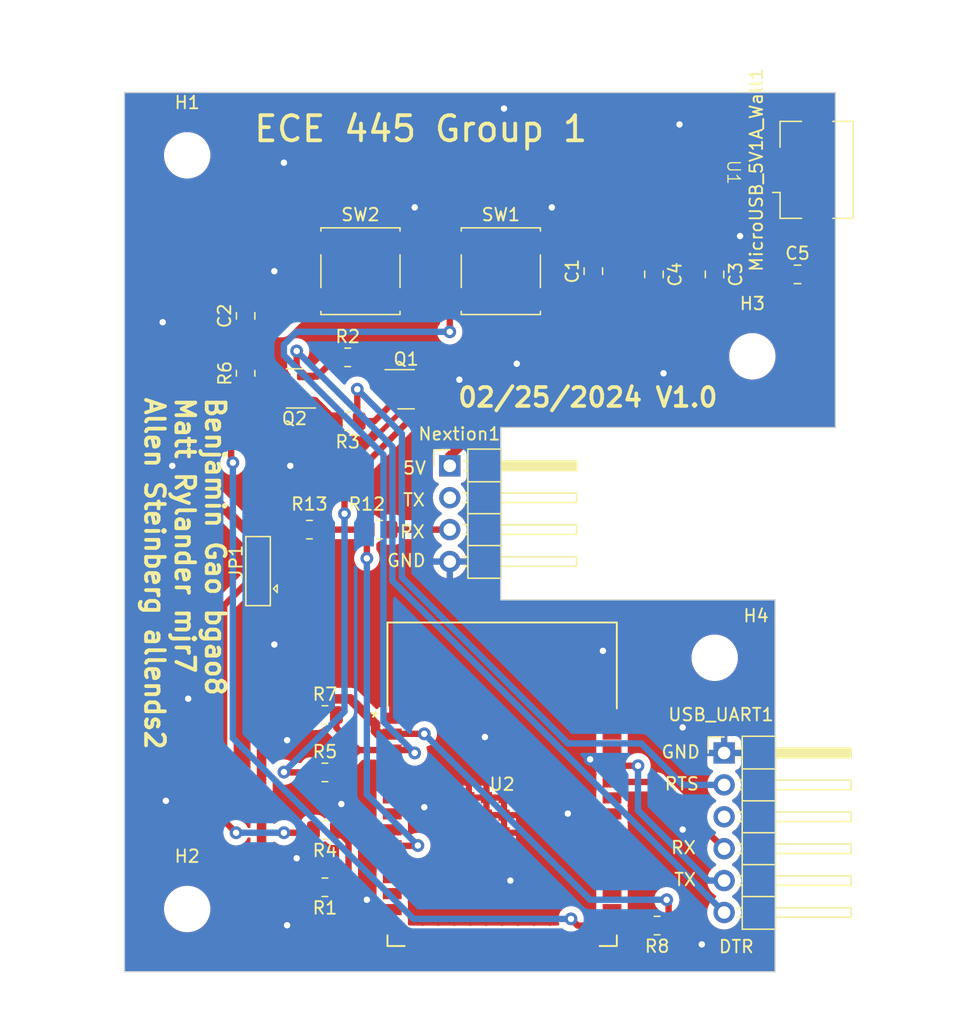
<source format=kicad_pcb>
(kicad_pcb (version 20221018) (generator pcbnew)
  (layers (0 "F.Cu" signal) (31 "B.Cu" signal) (34 "B.Paste" user) (35 "F.Paste" user) (36 "B.SilkS" user "B.Silkscreen") (37 "F.SilkS" user "F.Silkscreen") (38 "B.Mask" user) (39 "F.Mask" user) (44 "Edge.Cuts" user))
  (net 0 "")
  (net 1 "/CHIP_PU")
  (net 2 "GND")
  (net 3 "/GPIO0_STRAPPING")
  (net 4 "+3V3")
  (net 5 "+5V")
  (net 6 "Net-(JP1-C)")
  (net 10 "/LCD_TX")
  (net 11 "Net-(Nextion1-Pin_3)")
  (net 12 "Net-(Q1-B)")
  (net 13 "/RTS")
  (net 14 "Net-(Q1-C)")
  (net 15 "Net-(Q2-B)")
  (net 16 "/DTR")
  (net 17 "Net-(Q2-C)")
  (net 18 "/GPIO46_STRAPPING")
  (net 19 "/GPIO3_STRAPPING")
  (net 20 "/LCD_RX")
  (net 21 "/VBAT_SENSE")
  (net 22 "/Trig")
  (net 23 "/Echo")
  (net 24 "/A0")
  (net 25 "/S")
  (net 26 "/GPIO17")
  (net 27 "/GPIO18")
  (net 28 "/M1_FAULT")
  (net 29 "/D-")
  (net 30 "/D+")
  (net 31 "/M1_EN")
  (net 32 "/M1_PWM")
  (net 33 "/M1_DIR")
  (net 34 "/M2_FAULT")
  (net 35 "/M2_EN")
  (net 36 "/M2_PWM")
  (net 37 "/M2_DIR")
  (net 38 "/CAMERA_CS")
  (net 39 "/CAMERA_MOSI")
  (net 40 "/GPIO45_STRAPPING")
  (net 41 "/ZMOD_RES_N")
  (net 42 "/ZMOD_INT")
  (net 43 "/ZMOD_SDA")
  (net 44 "/ZMOD_SCL")
  (net 45 "/MTCK")
  (net 46 "/MTDO")
  (net 47 "/MTDI")
  (net 48 "/MTMS")
  (net 49 "/RX")
  (net 50 "/TX")
  (net 51 "/I_M_1")
  (net 52 "/I_M_2")
  (footprint "Connector_PinHeader_2.54mm:PinHeader_1x06_P2.54mm_Horizontal" (layer "F.Cu") (at 119.888 90.17)
    (fp_text reference "USB_UART1" (at -0.254 -3.048) (layer "F.SilkS"))
    (fp_text value "Conn_01x06")
    (pad "1" thru_hole rect (at 0 0) (size 1.7 1.7) (drill 1) (layers "*.Cu" "*.Mask") (net 2 "GND"))
    (pad "2" thru_hole oval (at 0 2.54) (size 1.7 1.7) (drill 1) (layers "*.Cu" "*.Mask") (net 13 "/RTS"))
    (pad "3" thru_hole oval (at 0 5.08) (size 1.7 1.7) (drill 1) (layers "*.Cu" "*.Mask"))
    (pad "4" thru_hole oval (at 0 7.62) (size 1.7 1.7) (drill 1) (layers "*.Cu" "*.Mask") (net 49 "/RX"))
    (pad "5" thru_hole oval (at 0 10.16) (size 1.7 1.7) (drill 1) (layers "*.Cu" "*.Mask") (net 50 "/TX"))
    (pad "6" thru_hole oval (at 0 12.7) (size 1.7 1.7) (drill 1) (layers "*.Cu" "*.Mask") (net 16 "/DTR"))
  )
  (footprint "Jumper:SolderJumper-3_P2.0mm_Open_TrianglePad1.0x1.5mm" (layer "F.Cu") (at 82.804 75.692 90)
    (fp_text reference "JP1" (at 0.725 -1.775 90) (layer "F.SilkS"))
    (fp_text value "SolderJumper_3_Open")
    (pad "1" smd custom (at -2 0 90) (size 0.3 0.3) (layers "F.Cu" "F.Mask") (net 2 "GND") (options (clearance outline) (anchor rect)) (primitives (gr_poly (pts (xy 1 0) (xy 0.5 0.75) (xy -0.5 0.75) (xy -0.5 -0.75) (xy 0.5 -0.75)) (width 0) (fill yes))))
    (pad "2" smd custom (at 0 0 90) (size 0.3 0.3) (layers "F.Cu") (net 6 "Net-(JP1-C)") (options (clearance outline) (anchor rect)) (primitives (gr_poly (pts (xy 0.7 0) (xy 1.2 0.75) (xy -1.2 0.75) (xy -0.7 0) (xy -1.2 -0.75) (xy 1.2 -0.75)) (width 0) (fill yes))))
    (pad "3" smd custom (at 2 0 270) (size 0.3 0.3) (layers "F.Cu" "F.Mask") (net 4 "+3V3") (options (clearance outline) (anchor rect)) (primitives (gr_poly (pts (xy 1 0) (xy 0.5 0.75) (xy -0.5 0.75) (xy -0.5 -0.75) (xy 0.5 -0.75)) (width 0) (fill yes))))
  )
  (footprint "Connector_USB:USB_Micro-B_Amphenol_10104110_Horizontal" (layer "F.Cu") (at 126 43.748 90)
    (fp_text reference "MicroUSB_5V1A_Wall1" (at 0 -3.55 90) (layer "F.SilkS"))
    (fp_text value "Conn_01x05")
    (pad "1" smd rect (at -1.3 -1.55 90) (size 0.4 1.4) (layers "F.Cu" "F.Paste" "F.Mask") (net 5 "+5V"))
    (pad "2" smd rect (at -0.65 -1.55 90) (size 0.4 1.4) (layers "F.Cu" "F.Paste" "F.Mask"))
    (pad "3" smd rect (at 0 -1.55 90) (size 0.4 1.4) (layers "F.Cu" "F.Paste" "F.Mask"))
    (pad "4" smd rect (at 0.65 -1.55 90) (size 0.4 1.4) (layers "F.Cu" "F.Paste" "F.Mask"))
    (pad "5" smd rect (at 1.3 -1.55 90) (size 0.4 1.4) (layers "F.Cu" "F.Paste" "F.Mask") (net 2 "GND"))
    (pad "6" smd rect (at -3.75 1.3 90) (size 2.3 1.9) (layers "F.Cu" "F.Paste" "F.Mask") (net 2 "GND"))
    (pad "6" smd rect (at -1.15 1.3 90) (size 1.8 1.9) (layers "F.Cu" "F.Paste" "F.Mask") (net 2 "GND"))
    (pad "6" smd rect (at 1.15 1.3 90) (size 1.8 1.9) (layers "F.Cu" "F.Paste" "F.Mask") (net 2 "GND"))
    (pad "6" smd rect (at 3.75 1.3 90) (size 2.3 1.9) (layers "F.Cu" "F.Paste" "F.Mask") (net 2 "GND"))
  )
  (footprint "MountingHole:MountingHole_3.2mm_M3" (layer "F.Cu") (at 119.136 82.592)
    (fp_text reference "H4" (at 3.292 -3.344) (layer "F.SilkS"))
    (fp_text value "MountingHole")
    (pad "" np_thru_hole circle (at 0 0) (size 3.2 3.2) (drill 3.2) (layers "*.Cu" "*.Mask"))
  )
  (footprint "Resistor_SMD:R_0805_2012Metric" (layer "F.Cu") (at 88.102 91.718)
    (fp_text reference "R5" (at 0 -1.65) (layer "F.SilkS"))
    (fp_text value "10k")
    (pad "1" smd roundrect (at -0.9125 0) (size 1.025 1.4) (layers "F.Cu" "F.Paste" "F.Mask") (roundrect_rratio 0.243902439) (net 14 "Net-(Q1-C)"))
    (pad "2" smd roundrect (at 0.9125 0) (size 1.025 1.4) (layers "F.Cu" "F.Paste" "F.Mask") (roundrect_rratio 0.243902439) (net 1 "/CHIP_PU"))
  )
  (footprint "MountingHole:MountingHole_3.2mm_M3" (layer "F.Cu") (at 77.136 42.592)
    (fp_text reference "H1" (at 0 -4.2) (layer "F.SilkS"))
    (fp_text value "MountingHole")
    (pad "" np_thru_hole circle (at 0 0) (size 3.2 3.2) (drill 3.2) (layers "*.Cu" "*.Mask"))
  )
  (footprint "Resistor_SMD:R_0805_2012Metric" (layer "F.Cu") (at 88.102 87.146)
    (fp_text reference "R7" (at 0 -1.65) (layer "F.SilkS"))
    (fp_text value "100k")
    (pad "1" smd roundrect (at -0.9125 0) (size 1.025 1.4) (layers "F.Cu" "F.Paste" "F.Mask") (roundrect_rratio 0.243902439) (net 4 "+3V3"))
    (pad "2" smd roundrect (at 0.9125 0) (size 1.025 1.4) (layers "F.Cu" "F.Paste" "F.Mask") (roundrect_rratio 0.243902439) (net 1 "/CHIP_PU"))
  )
  (footprint "Button_Switch_SMD:SW_SPST_B3S-1000" (layer "F.Cu") (at 90.932 51.816)
    (fp_text reference "SW2" (at 0 -4.5) (layer "F.SilkS"))
    (fp_text value "SW_Push")
    (pad "1" smd rect (at -3.975 -2.25) (size 1.55 1.3) (layers "F.Cu" "F.Paste" "F.Mask") (net 2 "GND"))
    (pad "1" smd rect (at 3.975 -2.25) (size 1.55 1.3) (layers "F.Cu" "F.Paste" "F.Mask") (net 2 "GND"))
    (pad "2" smd rect (at -3.975 2.25) (size 1.55 1.3) (layers "F.Cu" "F.Paste" "F.Mask") (net 3 "/GPIO0_STRAPPING"))
    (pad "2" smd rect (at 3.975 2.25) (size 1.55 1.3) (layers "F.Cu" "F.Paste" "F.Mask") (net 3 "/GPIO0_STRAPPING"))
  )
  (footprint "Resistor_SMD:R_0805_2012Metric" (layer "F.Cu") (at 88.102 100.862 180)
    (fp_text reference "R1" (at 0 -1.65) (layer "F.SilkS"))
    (fp_text value "1k")
    (pad "1" smd roundrect (at -0.9125 0 180) (size 1.025 1.4) (layers "F.Cu" "F.Paste" "F.Mask") (roundrect_rratio 0.243902439) (net 18 "/GPIO46_STRAPPING"))
    (pad "2" smd roundrect (at 0.9125 0 180) (size 1.025 1.4) (layers "F.Cu" "F.Paste" "F.Mask") (roundrect_rratio 0.243902439) (net 4 "+3V3"))
  )
  (footprint "Resistor_SMD:R_0805_2012Metric" (layer "F.Cu") (at 89.916 58.674)
    (fp_text reference "R2" (at 0 -1.65) (layer "F.SilkS"))
    (fp_text value "10k")
    (pad "1" smd roundrect (at -0.9125 0) (size 1.025 1.4) (layers "F.Cu" "F.Paste" "F.Mask") (roundrect_rratio 0.243902439) (net 16 "/DTR"))
    (pad "2" smd roundrect (at 0.9125 0) (size 1.025 1.4) (layers "F.Cu" "F.Paste" "F.Mask") (roundrect_rratio 0.243902439) (net 12 "Net-(Q1-B)"))
  )
  (footprint "Capacitor_SMD:C_0805_2012Metric" (layer "F.Cu") (at 109.474 51.816 90)
    (fp_text reference "C1" (at 0 -1.68 90) (layer "F.SilkS"))
    (fp_text value "1u")
    (pad "1" smd roundrect (at -0.95 0 90) (size 1 1.45) (layers "F.Cu" "F.Paste" "F.Mask") (net 1 "/CHIP_PU"))
    (pad "2" smd roundrect (at 0.95 0 90) (size 1 1.45) (layers "F.Cu" "F.Paste" "F.Mask") (net 2 "GND"))
  )
  (footprint "Resistor_SMD:R_0805_2012Metric" (layer "F.Cu") (at 88.102 96.29 180)
    (fp_text reference "R4" (at 0 -1.65) (layer "F.SilkS"))
    (fp_text value "1k")
    (pad "1" smd roundrect (at -0.9125 0 180) (size 1.025 1.4) (layers "F.Cu" "F.Paste" "F.Mask") (roundrect_rratio 0.243902439) (net 19 "/GPIO3_STRAPPING"))
    (pad "2" smd roundrect (at 0.9125 0 180) (size 1.025 1.4) (layers "F.Cu" "F.Paste" "F.Mask") (roundrect_rratio 0.243902439) (net 6 "Net-(JP1-C)"))
  )
  (footprint "Package_TO_SOT_SMD:SOT-23" (layer "F.Cu") (at 85.6765 61.148 180)
    (fp_text reference "Q2" (at 0 -2.4) (layer "F.SilkS"))
    (fp_text value "SS8050-G")
    (pad "1" smd roundrect (at -0.9375 -0.95 180) (size 1.475 0.6) (layers "F.Cu" "F.Paste" "F.Mask") (net 15 "Net-(Q2-B)"))
    (pad "2" smd roundrect (at -0.9375 0.95 180) (size 1.475 0.6) (layers "F.Cu" "F.Paste" "F.Mask") (net 16 "/DTR"))
    (pad "3" smd roundrect (at 0.9375 0 180) (size 1.475 0.6) (layers "F.Cu" "F.Paste" "F.Mask") (net 17 "Net-(Q2-C)"))
  )
  (footprint "local_footprints:AZ1117C-SOT223" (layer "F.Cu") (at 115.57 43.942 -90)
    (fp_text reference "U1" (at 0 -5.08 -90 unlocked) (layer "F.SilkS") (effects (font (thickness 0.1))))
    (fp_text value "AZ1117-3.3")
    (pad "1" smd rect (at -2.3 3.1 270) (size 1.2 2.2) (layers "F.Cu" "F.Paste" "F.Mask") (net 2 "GND"))
    (pad "2" smd rect (at 0 3.1 270) (size 1.2 2.2) (layers "F.Cu" "F.Paste" "F.Mask") (net 4 "+3V3"))
    (pad "3" smd rect (at 2.3 3.1 270) (size 1.2 2.2) (layers "F.Cu" "F.Paste" "F.Mask") (net 5 "+5V"))
    (pad "4" smd rect (at 0 -3.1 270) (size 3.5 2.2) (layers "F.Cu" "F.Paste" "F.Mask"))
  )
  (footprint "Resistor_SMD:R_0805_2012Metric" (layer "F.Cu") (at 114.554 103.91 180)
    (fp_text reference "R8" (at 0 -1.65) (layer "F.SilkS"))
    (fp_text value "100k")
    (pad "1" smd roundrect (at -0.9125 0 180) (size 1.025 1.4) (layers "F.Cu" "F.Paste" "F.Mask") (roundrect_rratio 0.243902439) (net 4 "+3V3"))
    (pad "2" smd roundrect (at 0.9125 0 180) (size 1.025 1.4) (layers "F.Cu" "F.Paste" "F.Mask") (roundrect_rratio 0.243902439) (net 3 "/GPIO0_STRAPPING"))
  )
  (footprint "Button_Switch_SMD:SW_SPST_B3S-1000" (layer "F.Cu") (at 102.108 51.816)
    (fp_text reference "SW1" (at 0 -4.5) (layer "F.SilkS"))
    (fp_text value "SW_Push")
    (pad "1" smd rect (at -3.975 -2.25) (size 1.55 1.3) (layers "F.Cu" "F.Paste" "F.Mask") (net 2 "GND"))
    (pad "1" smd rect (at 3.975 -2.25) (size 1.55 1.3) (layers "F.Cu" "F.Paste" "F.Mask") (net 2 "GND"))
    (pad "2" smd rect (at -3.975 2.25) (size 1.55 1.3) (layers "F.Cu" "F.Paste" "F.Mask") (net 1 "/CHIP_PU"))
    (pad "2" smd rect (at 3.975 2.25) (size 1.55 1.3) (layers "F.Cu" "F.Paste" "F.Mask") (net 1 "/CHIP_PU"))
  )
  (footprint "Capacitor_SMD:C_0805_2012Metric" (layer "F.Cu") (at 119.126 52.07 -90)
    (fp_text reference "C3" (at 0 -1.68 90) (layer "F.SilkS"))
    (fp_text value "10u")
    (pad "1" smd roundrect (at -0.95 0 270) (size 1 1.45) (layers "F.Cu" "F.Paste" "F.Mask") (net 4 "+3V3"))
    (pad "2" smd roundrect (at 0.95 0 270) (size 1 1.45) (layers "F.Cu" "F.Paste" "F.Mask") (net 2 "GND"))
  )
  (footprint "Resistor_SMD:R_0805_2012Metric" (layer "F.Cu") (at 86.868 72.39 180)
    (fp_text reference "R13" (at 0 2.032) (layer "F.SilkS"))
    (fp_text value "2.2k")
    (pad "1" smd roundrect (at -0.9125 0 180) (size 1.025 1.4) (layers "F.Cu" "F.Paste" "F.Mask") (roundrect_rratio 0.243902439) (net 20 "/LCD_RX"))
    (pad "2" smd roundrect (at 0.9125 0 180) (size 1.025 1.4) (layers "F.Cu" "F.Paste" "F.Mask") (roundrect_rratio 0.243902439) (net 2 "GND"))
  )
  (footprint "Resistor_SMD:R_0805_2012Metric" (layer "F.Cu") (at 92.456 72.39 180)
    (fp_text reference "R12" (at 1.016 2.032) (layer "F.SilkS"))
    (fp_text value "1k")
    (pad "1" smd roundrect (at -0.9125 0 180) (size 1.025 1.4) (layers "F.Cu" "F.Paste" "F.Mask") (roundrect_rratio 0.243902439) (net 11 "Net-(Nextion1-Pin_3)"))
    (pad "2" smd roundrect (at 0.9125 0 180) (size 1.025 1.4) (layers "F.Cu" "F.Paste" "F.Mask") (roundrect_rratio 0.243902439) (net 20 "/LCD_RX"))
  )
  (footprint "local_footprints:ESP32-S3-WROOM-1_EXP" (layer "F.Cu") (at 102.212 92.66)
    (fp_text reference "U2" (at 0 0 unlocked) (layer "F.SilkS"))
    (fp_text value "ESP32-S3-WROOM-1-N16R2")
    (fp_text user "*" (at -10.1343 -5.26 unlocked) (layer "F.SilkS"))
    (fp_text user "*" (at -10.1343 -5.26) (layer "F.SilkS"))
    (pad "1" smd rect (at -8.75 -5.26) (size 1.4986 0.889) (layers "F.Cu" "F.Paste" "F.Mask") (net 2 "GND"))
    (pad "2" smd rect (at -8.75 -3.99) (size 1.4986 0.889) (layers "F.Cu" "F.Paste" "F.Mask") (net 4 "+3V3"))
    (pad "3" smd rect (at -8.75 -2.72) (size 1.4986 0.889) (layers "F.Cu" "F.Paste" "F.Mask") (net 1 "/CHIP_PU"))
    (pad "4" smd rect (at -8.75 -1.45) (size 1.4986 0.889) (layers "F.Cu" "F.Paste" "F.Mask") (net 21 "/VBAT_SENSE"))
    (pad "5" smd rect (at -8.75 -0.18) (size 1.4986 0.889) (layers "F.Cu" "F.Paste" "F.Mask") (net 22 "/Trig"))
    (pad "6" smd rect (at -8.75 1.09) (size 1.4986 0.889) (layers "F.Cu" "F.Paste" "F.Mask") (net 23 "/Echo"))
    (pad "7" smd rect (at -8.75 2.36) (size 1.4986 0.889) (layers "F.Cu" "F.Paste" "F.Mask") (net 24 "/A0"))
    (pad "8" smd rect (at -8.75 3.63) (size 1.4986 0.889) (layers "F.Cu" "F.Paste" "F.Mask") (net 25 "/S"))
    (pad "9" smd rect (at -8.75 4.9) (size 1.4986 0.889) (layers "F.Cu" "F.Paste" "F.Mask") (net 20 "/LCD_RX"))
    (pad "10" smd rect (at -8.75 6.17) (size 1.4986 0.889) (layers "F.Cu" "F.Paste" "F.Mask") (net 26 "/GPIO17"))
    (pad "11" smd rect (at -8.75 7.44) (size 1.4986 0.889) (layers "F.Cu" "F.Paste" "F.Mask") (net 27 "/GPIO18"))
    (pad "12" smd rect (at -8.75 8.71) (size 1.4986 0.889) (layers "F.Cu" "F.Paste" "F.Mask") (net 28 "/M1_FAULT"))
    (pad "13" smd rect (at -8.75 9.98) (size 1.4986 0.889) (layers "F.Cu" "F.Paste" "F.Mask") (net 29 "/D-"))
    (pad "14" smd rect (at -8.75 11.25) (size 1.4986 0.889) (layers "F.Cu" "F.Paste" "F.Mask") (net 30 "/D+"))
    (pad "15" smd rect (at -6.985 12.5 90) (size 1.4986 0.889) (layers "F.Cu" "F.Paste" "F.Mask") (net 19 "/GPIO3_STRAPPING"))
    (pad "16" smd rect (at -5.715 12.5 90) (size 1.4986 0.889) (layers "F.Cu" "F.Paste" "F.Mask") (net 18 "/GPIO46_STRAPPING"))
    (pad "17" smd rect (at -4.445 12.5 90) (size 1.4986 0.889) (layers "F.Cu" "F.Paste" "F.Mask") (net 31 "/M1_EN"))
    (pad "18" smd rect (at -3.175 12.5 90) (size 1.4986 0.889) (layers "F.Cu" "F.Paste" "F.Mask") (net 32 "/M1_PWM"))
    (pad "19" smd rect (at -1.905 12.5 90) (size 1.4986 0.889) (layers "F.Cu" "F.Paste" "F.Mask") (net 33 "/M1_DIR"))
    (pad "20" smd rect (at -0.635 12.5 90) (size 1.4986 0.889) (layers "F.Cu" "F.Paste" "F.Mask") (net 34 "/M2_FAULT"))
    (pad "21" smd rect (at 0.635 12.5 90) (size 1.4986 0.889) (layers "F.Cu" "F.Paste" "F.Mask") (net 35 "/M2_EN"))
    (pad "22" smd rect (at 1.905 12.5 90) (size 1.4986 0.889) (layers "F.Cu" "F.Paste" "F.Mask") (net 36 "/M2_PWM"))
    (pad "23" smd rect (at 3.175 12.5 90) (size 1.4986 0.889) (layers "F.Cu" "F.Paste" "F.Mask") (net 37 "/M2_DIR"))
    (pad "24" smd rect (at 4.445 12.5 90) (size 1.4986 0.889) (layers "F.Cu" "F.Paste" "F.Mask") (net 38 "/CAMERA_CS"))
    (pad "25" smd rect (at 5.715 12.5 90) (size 1.4986 0.889) (layers "F.Cu" "F.Paste" "F.Mask") (net 39 "/CAMERA_MOSI"))
    (pad "26" smd rect (at 6.985 12.5 90) (size 1.4986 0.889) (layers "F.Cu" "F.Paste" "F.Mask") (net 40 "/GPIO45_STRAPPING"))
    (pad "27" smd rect (at 8.75 11.25) (size 1.4986 0.889) (layers "F.Cu" "F.Paste" "F.Mask") (net 3 "/GPIO0_STRAPPING"))
    (pad "28" smd rect (at 8.75 9.98) (size 1.4986 0.889) (layers "F.Cu" "F.Paste" "F.Mask") (net 41 "/ZMOD_RES_N"))
    (pad "29" smd rect (at 8.75 8.71) (size 1.4986 0.889) (layers "F.Cu" "F.Paste" "F.Mask") (net 42 "/ZMOD_INT"))
    (pad "30" smd rect (at 8.75 7.44) (size 1.4986 0.889) (layers "F.Cu" "F.Paste" "F.Mask") (net 43 "/ZMOD_SDA"))
    (pad "31" smd rect (at 8.75 6.17) (size 1.4986 0.889) (layers "F.Cu" "F.Paste" "F.Mask") (net 44 "/ZMOD_SCL"))
    (pad "32" smd rect (at 8.75 4.9) (size 1.4986 0.889) (layers "F.Cu" "F.Paste" "F.Mask") (net 45 "/MTCK"))
    (pad "33" smd rect (at 8.75 3.63) (size 1.4986 0.889) (layers "F.Cu" "F.Paste" "F.Mask") (net 46 "/MTDO"))
    (pad "34" smd rect (at 8.75 2.36) (size 1.4986 0.889) (layers "F.Cu" "F.Paste" "F.Mask") (net 47 "/MTDI"))
    (pad "35" smd rect (at 8.75 1.09) (size 1.4986 0.889) (layers "F.Cu" "F.Paste" "F.Mask") (net 48 "/MTMS"))
    (pad "36" smd rect (at 8.75 -0.18) (size 1.4986 0.889) (layers "F.Cu" "F.Paste" "F.Mask") (net 49 "/RX"))
    (pad "37" smd rect (at 8.75 -1.45) (size 1.4986 0.889) (layers "F.Cu" "F.Paste" "F.Mask") (net 50 "/TX"))
    (pad "38" smd rect (at 8.75 -2.72) (size 1.4986 0.889) (layers "F.Cu" "F.Paste" "F.Mask") (net 51 "/I_M_1"))
    (pad "39" smd rect (at 8.75 -3.99) (size 1.4986 0.889) (layers "F.Cu" "F.Paste" "F.Mask") (net 52 "/I_M_2"))
    (pad "40" smd rect (at 8.75 -5.26) (size 1.4986 0.889) (layers "F.Cu" "F.Paste" "F.Mask") (net 2 "GND"))
    (pad "41" smd rect (at -1.25 2.46) (size 0.889 0.889) (layers "F.Cu" "F.Paste" "F.Mask") (net 2 "GND"))
    (pad "42" smd rect (at -1.25 1.06) (size 0.889 0.889) (layers "F.Cu" "F.Paste" "F.Mask") (net 2 "GND"))
    (pad "43" smd rect (at -2.65 1.06) (size 0.889 0.889) (layers "F.Cu" "F.Paste" "F.Mask") (net 2 "GND"))
    (pad "44" smd rect (at -2.65 2.46) (size 0.889 0.889) (layers "F.Cu" "F.Paste" "F.Mask") (net 2 "GND"))
    (pad "45" smd rect (at -2.65 3.86) (size 0.889 0.889) (layers "F.Cu" "F.Paste" "F.Mask") (net 2 "GND"))
    (pad "46" smd rect (at -1.25 3.86) (size 0.889 0.889) (layers "F.Cu" "F.Paste" "F.Mask") (net 2 "GND"))
    (pad "47" smd rect (at 0.15 3.86) (size 0.889 0.889) (layers "F.Cu" "F.Paste" "F.Mask") (net 2 "GND"))
    (pad "48" smd rect (at 0.15 2.46) (size 0.889 0.889) (layers "F.Cu" "F.Paste" "F.Mask") (net 2 "GND"))
    (pad "49" smd rect (at 0.15 1.06) (size 0.889 0.889) (layers "F.Cu" "F.Paste" "F.Mask") (net 2 "GND"))
  )
  (footprint "Capacitor_SMD:C_0805_2012Metric" (layer "F.Cu") (at 114.3 52.07 -90)
    (fp_text reference "C4" (at 0 -1.68 90) (layer "F.SilkS"))
    (fp_text value "100n")
    (pad "1" smd roundrect (at -0.95 0 270) (size 1 1.45) (layers "F.Cu" "F.Paste" "F.Mask") (net 4 "+3V3"))
    (pad "2" smd roundrect (at 0.95 0 270) (size 1 1.45) (layers "F.Cu" "F.Paste" "F.Mask") (net 2 "GND"))
  )
  (footprint "Resistor_SMD:R_0805_2012Metric" (layer "F.Cu") (at 81.788 59.944 90)
    (fp_text reference "R6" (at 0 -1.65 90) (layer "F.SilkS"))
    (fp_text value "10k")
    (pad "1" smd roundrect (at -0.9125 0 90) (size 1.025 1.4) (layers "F.Cu" "F.Paste" "F.Mask") (roundrect_rratio 0.243902439) (net 17 "Net-(Q2-C)"))
    (pad "2" smd roundrect (at 0.9125 0 90) (size 1.025 1.4) (layers "F.Cu" "F.Paste" "F.Mask") (roundrect_rratio 0.243902439) (net 3 "/GPIO0_STRAPPING"))
  )
  (footprint "Capacitor_SMD:C_0805_2012Metric" (layer "F.Cu") (at 81.788 55.372 90)
    (fp_text reference "C2" (at 0 -1.68 90) (layer "F.SilkS"))
    (fp_text value "1u")
    (pad "1" smd roundrect (at -0.95 0 90) (size 1 1.45) (layers "F.Cu" "F.Paste" "F.Mask") (net 3 "/GPIO0_STRAPPING"))
    (pad "2" smd roundrect (at 0.95 0 90) (size 1 1.45) (layers "F.Cu" "F.Paste" "F.Mask") (net 2 "GND"))
  )
  (footprint "MountingHole:MountingHole_3.2mm_M3" (layer "F.Cu") (at 122.136 58.592)
    (fp_text reference "H3" (at 0 -4.2) (layer "F.SilkS"))
    (fp_text value "MountingHole")
    (pad "" np_thru_hole circle (at 0 0) (size 3.2 3.2) (drill 3.2) (layers "*.Cu" "*.Mask"))
  )
  (footprint "Capacitor_SMD:C_0805_2012Metric" (layer "F.Cu") (at 125.73 52.07)
    (fp_text reference "C5" (at 0 -1.68) (layer "F.SilkS"))
    (fp_text value "10u")
    (pad "1" smd roundrect (at -0.95 0) (size 1 1.45) (layers "F.Cu" "F.Paste" "F.Mask") (net 5 "+5V"))
    (pad "2" smd roundrect (at 0.95 0) (size 1 1.45) (layers "F.Cu" "F.Paste" "F.Mask") (net 2 "GND"))
  )
  (footprint "Package_TO_SOT_SMD:SOT-23" (layer "F.Cu") (at 94.5665 61.214)
    (fp_text reference "Q1" (at 0 -2.4) (layer "F.SilkS"))
    (fp_text value "SS8050-G")
    (pad "1" smd roundrect (at -0.9375 -0.95) (size 1.475 0.6) (layers "F.Cu" "F.Paste" "F.Mask") (net 12 "Net-(Q1-B)"))
    (pad "2" smd roundrect (at -0.9375 0.95) (size 1.475 0.6) (layers "F.Cu" "F.Paste" "F.Mask") (net 13 "/RTS"))
    (pad "3" smd roundrect (at 0.9375 0) (size 1.475 0.6) (layers "F.Cu" "F.Paste" "F.Mask") (net 14 "Net-(Q1-C)"))
  )
  (footprint "Connector_PinHeader_2.54mm:PinHeader_1x04_P2.54mm_Horizontal" (layer "F.Cu") (at 98.044 67.31)
    (fp_text reference "Nextion1" (at 0.762 -2.54) (layer "F.SilkS"))
    (fp_text value "HMI LCD")
    (pad "1" thru_hole rect (at 0 0) (size 1.7 1.7) (drill 1) (layers "*.Cu" "*.Mask") (net 5 "+5V"))
    (pad "2" thru_hole oval (at 0 2.54) (size 1.7 1.7) (drill 1) (layers "*.Cu" "*.Mask") (net 10 "/LCD_TX"))
    (pad "3" thru_hole oval (at 0 5.08) (size 1.7 1.7) (drill 1) (layers "*.Cu" "*.Mask") (net 11 "Net-(Nextion1-Pin_3)"))
    (pad "4" thru_hole oval (at 0 7.62) (size 1.7 1.7) (drill 1) (layers "*.Cu" "*.Mask") (net 2 "GND"))
  )
  (footprint "MountingHole:MountingHole_3.2mm_M3" (layer "F.Cu") (at 77.136 102.592)
    (fp_text reference "H2" (at 0 -4.2) (layer "F.SilkS"))
    (fp_text value "MountingHole")
    (pad "" np_thru_hole circle (at 0 0) (size 3.2 3.2) (drill 3.2) (layers "*.Cu" "*.Mask"))
  )
  (footprint "Resistor_SMD:R_0805_2012Metric" (layer "F.Cu") (at 89.916 63.754 180)
    (fp_text reference "R3" (at 0 -1.65) (layer "F.SilkS"))
    (fp_text value "10k")
    (pad "1" smd roundrect (at -0.9125 0 180) (size 1.025 1.4) (layers "F.Cu" "F.Paste" "F.Mask") (roundrect_rratio 0.243902439) (net 13 "/RTS"))
    (pad "2" smd roundrect (at 0.9125 0 180) (size 1.025 1.4) (layers "F.Cu" "F.Paste" "F.Mask") (roundrect_rratio 0.243902439) (net 15 "Net-(Q2-B)"))
  )
  (gr_line (start 123.952 77.978) (end 102.108 77.978) (stroke (width 0.1)) (layer "Edge.Cuts"))
  (gr_line (start 102.108 64.262) (end 128.75 64.262) (stroke (width 0.1)) (layer "Edge.Cuts"))
  (gr_line (start 123.952 107.592) (end 123.952 77.978) (stroke (width 0.1)) (layer "Edge.Cuts"))
  (gr_line (start 72.136 37.592) (end 72.136 107.592) (stroke (width 0.1)) (layer "Edge.Cuts"))
  (gr_line (start 128.75 37.592) (end 72.136 37.592) (stroke (width 0.1)) (layer "Edge.Cuts"))
  (gr_line (start 102.108 77.978) (end 102.108 64.262) (stroke (width 0.1)) (layer "Edge.Cuts"))
  (gr_line (start 128.75 64.262) (end 128.75 37.592) (stroke (width 0.1)) (layer "Edge.Cuts"))
  (gr_line (start 72.136 107.592) (end 123.952 107.592) (stroke (width 0.1)) (layer "Edge.Cuts"))
  (gr_text "RX\n" (at 115.57 98.298) (layer "F.SilkS") (effects (font (size 1 1)) (justify left bottom)))
  (gr_text "TX" (at 94.234 70.612) (layer "F.SilkS") (effects (font (size 1 1)) (justify left bottom)))
  (gr_text "GND" (at 114.808 90.678) (layer "F.SilkS") (effects (font (size 1 1)) (justify left bottom)))
  (gr_text "TX\n" (at 115.824 100.838) (layer "F.SilkS") (effects (font (size 1 1)) (justify left bottom)))
  (gr_text "Benjamin Gao bgao8\nMatt Rylander mjr7\nAllen Steinberg allends2" (at 73.66 61.722 270) (layer "F.SilkS") (effects (font (size 1.5 1.5) (thickness 0.3) bold) (justify left bottom)))
  (gr_text "RX" (at 93.98 73.152) (layer "F.SilkS") (effects (font (size 1 1)) (justify left bottom)))
  (gr_text "DTR\n" (at 119.38 106.172) (layer "F.SilkS") (effects (font (size 1 1)) (justify left bottom)))
  (gr_text "ECE 445 Group 1" (at 82.296 41.656) (layer "F.SilkS") (effects (font (size 2 2) (thickness 0.3)) (justify left bottom)))
  (gr_text "RTS" (at 115.062 93.218) (layer "F.SilkS") (effects (font (size 1 1)) (justify left bottom)))
  (gr_text "GND" (at 92.964 75.438) (layer "F.SilkS") (effects (font (size 1 1)) (justify left bottom)))
  (gr_text "5V" (at 94.234 68.072) (layer "F.SilkS") (effects (font (size 1 1)) (justify left bottom)))
  (gr_text "02/25/2024 V1.0" (at 98.552 62.738) (layer "F.SilkS") (effects (font (size 1.5 1.5) (thickness 0.3) bold) (justify left bottom)))
  (segment (start 95.02 89.94) (end 95.25 90.17) (width 0.508) (layer "F.Cu") (net 1))
  (segment (start 89.0145 91.718) (end 90.7925 89.94) (width 0.508) (layer "F.Cu") (net 1))
  (segment (start 90.7925 89.94) (end 93.462 89.94) (width 0.508) (layer "F.Cu") (net 1))
  (segment (start 106.083 54.066) (end 108.174 54.066) (width 0.508) (layer "F.Cu") (net 1))
  (segment (start 98.133 54.066) (end 106.083 54.066) (width 0.508) (layer "F.Cu") (net 1))
  (segment (start 98.044 56.642) (end 98.044 54.155) (width 0.508) (layer "F.Cu") (net 1))
  (segment (start 108.174 54.066) (end 109.474 52.766) (width 0.508) (layer "F.Cu") (net 1))
  (segment (start 89.0145 87.146) (end 89.0145 88.162) (width 0.508) (layer "F.Cu") (net 1))
  (segment (start 93.462 89.94) (end 95.02 89.94) (width 0.508) (layer "F.Cu") (net 1))
  (segment (start 98.044 54.155) (end 98.133 54.066) (width 0.508) (layer "F.Cu") (net 1))
  (segment (start 89.0145 88.162) (end 90.7925 89.94) (width 0.508) (layer "F.Cu") (net 1))
  (via (at 95.25 90.17) (size 1.016) (drill 0.508) (layers "F.Cu" "B.Cu") (net 1))
  (via (at 98.044 56.642) (size 1.016) (drill 0.508) (layers "F.Cu" "B.Cu") (net 1))
  (segment (start 85.852 56.642) (end 98.044 56.642) (width 0.508) (layer "B.Cu") (net 1))
  (segment (start 92.764 87.684) (end 92.764 66.438474) (width 0.508) (layer "B.Cu") (net 1))
  (segment (start 92.764 66.438474) (end 84.836 58.510474) (width 0.508) (layer "B.Cu") (net 1))
  (segment (start 95.25 90.17) (end 92.764 87.684) (width 0.508) (layer "B.Cu") (net 1))
  (segment (start 84.836 57.658) (end 85.852 56.642) (width 0.508) (layer "B.Cu") (net 1))
  (segment (start 84.836 58.510474) (end 84.836 57.658) (width 0.508) (layer "B.Cu") (net 1))
  (segment (start 122.712 42.448) (end 124.45 42.448) (width 0.254) (layer "F.Cu") (net 2))
  (segment (start 122.682 42.418) (end 122.712 42.448) (width 0.254) (layer "F.Cu") (net 2))
  (via (at 84.074 51.816) (size 1.016) (drill 0.508) (layers "F.Cu" "B.Cu") (net 2))
  (via (at 85.09 103.886) (size 1.016) (drill 0.508) (layers "F.Cu" "B.Cu") (net 2))
  (via (at 115.062 59.944) (size 1.016) (drill 0.508) (layers "F.Cu" "B.Cu") (net 2))
  (via (at 106.172 46.736) (size 1.016) (drill 0.508) (layers "F.Cu" "B.Cu") (net 2))
  (via (at 116.586 96.266) (size 1.016) (drill 0.508) (layers "F.Cu" "B.Cu") (net 2))
  (via (at 121.158 49.022) (size 1.016) (drill 0.508) (layers "F.Cu" "B.Cu") (net 2))
  (via (at 100.838 88.9) (size 1.016) (drill 0.508) (layers "F.Cu" "B.Cu") (net 2))
  (via (at 85.344 67.31) (size 1.016) (drill 0.508) (layers "F.Cu" "B.Cu") (net 2))
  (via (at 84.836 43.18) (size 1.016) (drill 0.508) (layers "F.Cu" "B.Cu") (net 2))
  (via (at 85.09 89.154) (size 1.016) (drill 0.508) (layers "F.Cu" "B.Cu") (net 2))
  (via (at 95.25 46.736) (size 1.016) (drill 0.508) (layers "F.Cu" "B.Cu") (net 2))
  (via (at 84.074 81.534) (size 1.016) (drill 0.508) (layers "F.Cu" "B.Cu") (net 2))
  (via (at 77.216 85.852) (size 1.016) (drill 0.508) (layers "F.Cu" "B.Cu") (net 2))
  (via (at 102.87 100.33) (size 1.016) (drill 0.508) (layers "F.Cu" "B.Cu") (net 2))
  (via (at 109.22 90.678) (size 1.016) (drill 0.508) (layers "F.Cu" "B.Cu") (net 2))
  (via (at 75.946 67.31) (size 1.016) (drill 0.508) (layers "F.Cu" "B.Cu") (net 2))
  (via (at 96.012 94.488) (size 1.016) (drill 0.508) (layers "F.Cu" "B.Cu") (net 2))
  (via (at 107.442 94.996) (size 1.016) (drill 0.508) (layers "F.Cu" "B.Cu") (net 2))
  (via (at 91.44 101.854) (size 1.016) (drill 0.508) (layers "F.Cu" "B.Cu") (net 2))
  (via (at 103.378 59.182) (size 1.016) (drill 0.508) (layers "F.Cu" "B.Cu") (net 2))
  (via (at 98.806 60.452) (size 1.016) (drill 0.508) (layers "F.Cu" "B.Cu") (net 2))
  (via (at 89.408 94.234) (size 1.016) (drill 0.508) (layers "F.Cu" "B.Cu") (net 2))
  (via (at 75.438 93.98) (size 1.016) (drill 0.508) (layers "F.Cu" "B.Cu") (net 2))
  (via (at 116.586 88.138) (size 1.016) (drill 0.508) (layers "F.Cu" "B.Cu") (net 2))
  (via (at 110.236 82.042) (size 1.016) (drill 0.508) (layers "F.Cu" "B.Cu") (net 2))
  (via (at 116.332 40.132) (size 1.016) (drill 0.508) (layers "F.Cu" "B.Cu") (net 2))
  (via (at 85.852 98.552) (size 1.016) (drill 0.508) (layers "F.Cu" "B.Cu") (net 2))
  (via (at 75.184 55.88) (size 1.016) (drill 0.508) (layers "F.Cu" "B.Cu") (net 2))
  (via (at 102.362 38.862) (size 1.016) (drill 0.508) (layers "F.Cu" "B.Cu") (net 2))
  (via (at 118.11 105.41) (size 1.016) (drill 0.508) (layers "F.Cu" "B.Cu") (net 2))
  (segment (start 81.788 56.322) (end 84.701 56.322) (width 0.508) (layer "F.Cu") (net 3))
  (segment (start 84.701 56.322) (end 86.957 54.066) (width 0.508) (layer "F.Cu") (net 3))
  (segment (start 108.228 103.91) (end 110.962 103.91) (width 0.508) (layer "F.Cu") (net 3))
  (segment (start 81.788 56.322) (end 81.788 59.0315) (width 0.508) (layer "F.Cu") (net 3))
  (segment (start 80.634 66.918) (end 80.772 67.056) (width 0.508) (layer "F.Cu") (net 3))
  (segment (start 86.957 54.066) (end 94.907 54.066) (width 0.508) (layer "F.Cu") (net 3))
  (segment (start 113.6415 103.91) (end 110.962 103.91) (width 0.508) (layer "F.Cu") (net 3))
  (segment (start 80.634 60.1855) (end 80.634 66.918) (width 0.508) (layer "F.Cu") (net 3))
  (segment (start 107.696 103.378) (end 108.228 103.91) (width 0.508) (layer "F.Cu") (net 3))
  (segment (start 81.788 59.0315) (end 80.634 60.1855) (width 0.508) (layer "F.Cu") (net 3))
  (via (at 107.696 103.378) (size 1.016) (drill 0.508) (layers "F.Cu" "B.Cu") (net 3))
  (via (at 80.772 67.056) (size 1.016) (drill 0.508) (layers "F.Cu" "B.Cu") (net 3))
  (segment (start 80.772 67.056) (end 80.772 88.990474) (width 0.508) (layer "B.Cu") (net 3))
  (segment (start 80.772 88.990474) (end 95.159526 103.378) (width 0.508) (layer "B.Cu") (net 3))
  (segment (start 95.159526 103.378) (end 107.696 103.378) (width 0.508) (layer "B.Cu") (net 3))
  (segment (start 119.126 51.12) (end 114.3 51.12) (width 0.762) (layer "F.Cu") (net 4))
  (segment (start 87.1895 100.862) (end 85.114 100.862) (width 0.762) (layer "F.Cu") (net 4))
  (segment (start 82.804 73.438) (end 82.804 73.692) (width 0.762) (layer "F.Cu") (net 4))
  (segment (start 96.012 88.646) (end 93.486 88.646) (width 0.508) (layer "F.Cu") (net 4))
  (segment (start 93.486 88.646) (end 93.462 88.67) (width 0.508) (layer "F.Cu") (net 4))
  (segment (start 114.3 45.21) (end 113.032 43.942) (width 0.762) (layer "F.Cu") (net 4))
  (segment (start 78.486 69.12) (end 82.804 73.438) (width 0.762) (layer "F.Cu") (net 4))
  (segment (start 87.1895 86.446) (end 87.7705 85.865) (width 0.762) (layer "F.Cu") (net 4))
  (segment (start 112.47 43.942) (end 88.138 43.942) (width 0.762) (layer "F.Cu") (net 4))
  (segment (start 87.7705 85.865) (end 90.1127 85.865) (width 0.762) (layer "F.Cu") (net 4))
  (segment (start 83.058 98.806) (end 83.058 89.154) (width 0.762) (layer "F.Cu") (net 4))
  (segment (start 83.058 89.154) (end 85.066 87.146) (width 0.762) (layer "F.Cu") (net 4))
  (segment (start 88.138 43.942) (end 78.486 53.594) (width 0.762) (layer "F.Cu") (net 4))
  (segment (start 113.032 43.942) (end 112.47 43.942) (width 0.762) (layer "F.Cu") (net 4))
  (segment (start 85.114 100.862) (end 83.058 98.806) (width 0.762) (layer "F.Cu") (net 4))
  (segment (start 114.3 51.12) (end 114.3 45.21) (width 0.762) (layer "F.Cu") (net 4))
  (segment (start 85.066 87.146) (end 87.1895 87.146) (width 0.762) (layer "F.Cu") (net 4))
  (segment (start 92.1317 87.884) (end 92.1317 88.4255) (width 0.762) (layer "F.Cu") (net 4))
  (segment (start 90.1127 85.865) (end 92.1317 87.884) (width 0.762) (layer "F.Cu") (net 4))
  (segment (start 78.486 53.594) (end 78.486 69.12) (width 0.762) (layer "F.Cu") (net 4))
  (segment (start 83.829658 73.692) (end 87.1895 77.051842) (width 0.762) (layer "F.Cu") (net 4))
  (segment (start 115.4665 103.91) (end 115.4665 102.0045) (width 0.508) (layer "F.Cu") (net 4))
  (segment (start 92.1317 88.4255) (end 92.3762 88.67) (width 0.762) (layer "F.Cu") (net 4))
  (segment (start 87.1895 77.051842) (end 87.1895 87.146) (width 0.762) (layer "F.Cu") (net 4))
  (segment (start 92.3762 88.67) (end 93.462 88.67) (width 0.762) (layer "F.Cu") (net 4))
  (segment (start 82.804 73.692) (end 83.829658 73.692) (width 0.762) (layer "F.Cu") (net 4))
  (segment (start 115.4665 102.0045) (end 115.316 101.854) (width 0.508) (layer "F.Cu") (net 4))
  (segment (start 87.1895 87.146) (end 87.1895 86.446) (width 0.762) (layer "F.Cu") (net 4))
  (via (at 115.316 101.854) (size 1.016) (drill 0.508) (layers "F.Cu" "B.Cu") (net 4))
  (via (at 96.012 88.646) (size 1.016) (drill 0.508) (layers "F.Cu" "B.Cu") (net 4))
  (segment (start 109.22 101.854) (end 96.012 88.646) (width 0.508) (layer "B.Cu") (net 4))
  (segment (start 115.316 101.854) (end 109.22 101.854) (width 0.508) (layer "B.Cu") (net 4))
  (segment (start 101.854 62.738) (end 98.044 66.548) (width 0.762) (layer "F.Cu") (net 5))
  (segment (start 124.46 51.75) (end 124.46 46.756) (width 0.762) (layer "F.Cu") (net 5))
  (segment (start 124.78 52.07) (end 122.24 54.61) (width 0.762) (layer "F.Cu") (net 5))
  (segment (start 124.46 46.756) (end 124.45 46.746) (width 0.762) (layer "F.Cu") (net 5))
  (segment (start 124.45 46.746) (end 124.45 45.25) (width 0.762) (layer "F.Cu") (net 5))
  (segment (start 105.41 62.738) (end 101.854 62.738) (width 0.762) (layer "F.Cu") (net 5))
  (segment (start 119.328 55.678) (end 112.47 55.678) (width 0.762) (layer "F.Cu") (net 5))
  (segment (start 122.24 54.61) (end 120.396 54.61) (width 0.762) (layer "F.Cu") (net 5))
  (segment (start 112.47 46.242) (end 112.47 55.678) (width 0.762) (layer "F.Cu") (net 5))
  (segment (start 98.044 66.548) (end 98.044 67.31) (width 0.762) (layer "F.Cu") (net 5))
  (segment (start 112.47 55.678) (end 105.41 62.738) (width 0.762) (layer "F.Cu") (net 5))
  (segment (start 120.396 54.61) (end 119.328 55.678) (width 0.762) (layer "F.Cu") (net 5))
  (segment (start 124.78 52.07) (end 124.46 51.75) (width 0.762) (layer "F.Cu") (net 5))
  (segment (start 84.836 96.52) (end 86.9595 96.52) (width 0.508) (layer "F.Cu") (net 6))
  (segment (start 86.9595 96.52) (end 87.1895 96.29) (width 0.508) (layer "F.Cu") (net 6))
  (segment (start 80.076 78.42) (end 80.076 95.57) (width 0.508) (layer "F.Cu") (net 6))
  (segment (start 80.076 95.57) (end 81.026 96.52) (width 0.508) (layer "F.Cu") (net 6))
  (segment (start 82.804 75.692) (end 80.076 78.42) (width 0.508) (layer "F.Cu") (net 6))
  (via (at 81.026 96.52) (size 1.016) (drill 0.508) (layers "F.Cu" "B.Cu") (net 6))
  (via (at 84.836 96.52) (size 1.016) (drill 0.508) (layers "F.Cu" "B.Cu") (net 6))
  (segment (start 81.026 96.52) (end 84.836 96.52) (width 0.508) (layer "B.Cu") (net 6))
  (segment (start 93.3685 72.39) (end 98.044 72.39) (width 0.508) (layer "F.Cu") (net 11))
  (segment (start 93.629 60.264) (end 92.4185 60.264) (width 0.508) (layer "F.Cu") (net 12))
  (segment (start 92.4185 60.264) (end 90.8285 58.674) (width 0.508) (layer "F.Cu") (net 12))
  (segment (start 90.678 63.6035) (end 90.8285 63.754) (width 0.508) (layer "F.Cu") (net 13))
  (segment (start 90.678 61.214) (end 90.678 63.6035) (width 0.508) (layer "F.Cu") (net 13))
  (segment (start 92.039 63.754) (end 93.629 62.164) (width 0.508) (layer "F.Cu") (net 13))
  (segment (start 90.8285 63.754) (end 92.039 63.754) (width 0.508) (layer "F.Cu") (net 13))
  (via (at 90.678 61.214) (size 1.016) (drill 0.508) (layers "F.Cu" "B.Cu") (net 13))
  (segment (start 113.284 89.408) (end 107.442 89.408) (width 0.508) (layer "B.Cu") (net 13))
  (segment (start 94.234 64.77) (end 90.678 61.214) (width 0.508) (layer "B.Cu") (net 13))
  (segment (start 94.234 76.2) (end 94.234 64.77) (width 0.508) (layer "B.Cu") (net 13))
  (segment (start 119.888 92.71) (end 116.586 92.71) (width 0.508) (layer "B.Cu") (net 13))
  (segment (start 107.442 89.408) (end 94.234 76.2) (width 0.508) (layer "B.Cu") (net 13))
  (segment (start 116.586 92.71) (end 113.284 89.408) (width 0.508) (layer "B.Cu") (net 13))
  (segment (start 89.662 68.834) (end 95.504 62.992) (width 0.508) (layer "F.Cu") (net 14))
  (segment (start 84.86 91.718) (end 84.836 91.694) (width 0.508) (layer "F.Cu") (net 14))
  (segment (start 87.1895 91.718) (end 84.86 91.718) (width 0.508) (layer "F.Cu") (net 14))
  (segment (start 89.662 71.12) (end 89.662 68.834) (width 0.508) (layer "F.Cu") (net 14))
  (segment (start 95.504 62.992) (end 95.504 61.214) (width 0.508) (layer "F.Cu") (net 14))
  (via (at 84.836 91.694) (size 1.016) (drill 0.508) (layers "F.Cu" "B.Cu") (net 14))
  (via (at 89.662 71.12) (size 1.016) (drill 0.508) (layers "F.Cu" "B.Cu") (net 14))
  (segment (start 89.662 86.868) (end 84.836 91.694) (width 0.508) (layer "B.Cu") (net 14))
  (segment (start 89.662 71.12) (end 89.662 86.868) (width 0.508) (layer "B.Cu") (net 14))
  (segment (start 86.614 62.098) (end 87.3475 62.098) (width 0.508) (layer "F.Cu") (net 15))
  (segment (start 87.3475 62.098) (end 89.0035 63.754) (width 0.508) (layer "F.Cu") (net 15))
  (segment (start 87.4795 60.198) (end 89.0035 58.674) (width 0.508) (layer "F.Cu") (net 16))
  (segment (start 86.614 60.198) (end 87.4795 60.198) (width 0.508) (layer "F.Cu") (net 16))
  (segment (start 85.852 59.436) (end 86.614 60.198) (width 0.508) (layer "F.Cu") (net 16))
  (segment (start 85.852 58.166) (end 85.852 59.436) (width 0.508) (layer "F.Cu") (net 16))
  (via (at 85.852 58.166) (size 1.016) (drill 0.508) (layers "F.Cu" "B.Cu") (net 16))
  (segment (start 93.472 65.786) (end 85.852 58.166) (width 0.508) (layer "B.Cu") (net 16))
  (segment (start 119.888 102.87) (end 93.472 76.454) (width 0.508) (layer "B.Cu") (net 16))
  (segment (start 93.472 76.454) (end 93.472 65.786) (width 0.508) (layer "B.Cu") (net 16))
  (segment (start 81.788 60.8565) (end 84.4475 60.8565) (width 0.508) (layer "F.Cu") (net 17))
  (segment (start 84.4475 60.8565) (end 84.739 61.148) (width 0.508) (layer "F.Cu") (net 17))
  (segment (start 89.0145 100.862) (end 89.0145 102.565564) (width 0.508) (layer "F.Cu") (net 18))
  (segment (start 96.497 105.9918) (end 96.497 105.16) (width 0.508) (layer "F.Cu") (net 18))
  (segment (start 96.1255 106.3633) (end 96.497 105.9918) (width 0.508) (layer "F.Cu") (net 18))
  (segment (start 89.0145 102.565564) (end 92.812236 106.3633) (width 0.508) (layer "F.Cu") (net 18))
  (segment (start 92.812236 106.3633) (end 96.1255 106.3633) (width 0.508) (layer "F.Cu") (net 18))
  (segment (start 92.6102 105.16) (end 89.981 102.5308) (width 0.508) (layer "F.Cu") (net 19))
  (segment (start 89.981 102.5308) (end 89.981 97.2565) (width 0.508) (layer "F.Cu") (net 19))
  (segment (start 89.981 97.2565) (end 89.0145 96.29) (width 0.508) (layer "F.Cu") (net 19))
  (segment (start 95.227 105.16) (end 92.6102 105.16) (width 0.508) (layer "F.Cu") (net 19))
  (segment (start 95.48 97.56) (end 95.504 97.536) (width 0.508) (layer "F.Cu") (net 20))
  (segment (start 93.462 97.56) (end 95.48 97.56) (width 0.508) (layer "F.Cu") (net 20))
  (segment (start 91.44 72.4935) (end 91.5435 72.39) (width 0.508) (layer "F.Cu") (net 20))
  (segment (start 91.44 74.676) (end 91.44 72.4935) (width 0.508) (layer "F.Cu") (net 20))
  (segment (start 91.5435 72.39) (end 87.7805 72.39) (width 0.508) (layer "F.Cu") (net 20))
  (via (at 95.504 97.536) (size 1.016) (drill 0.508) (layers "F.Cu" "B.Cu") (net 20))
  (via (at 91.44 74.676) (size 1.016) (drill 0.508) (layers "F.Cu" "B.Cu") (net 20))
  (segment (start 95.504 97.536) (end 91.44 93.472) (width 0.508) (layer "B.Cu") (net 20))
  (segment (start 91.44 93.472) (end 91.44 74.676) (width 0.508) (layer "B.Cu") (net 20))
  (segment (start 119.888 97.79) (end 114.578 92.48) (width 0.508) (layer "F.Cu") (net 49))
  (segment (start 114.578 92.48) (end 110.962 92.48) (width 0.508) (layer "F.Cu") (net 49))
  (segment (start 113.03 91.186) (end 110.986 91.186) (width 0.508) (layer "F.Cu") (net 50))
  (segment (start 110.986 91.186) (end 110.962 91.21) (width 0.508) (layer "F.Cu") (net 50))
  (via (at 113.03 91.186) (size 1.016) (drill 0.508) (layers "F.Cu" "B.Cu") (net 50))
  (segment (start 113.03 94.742) (end 113.03 91.186) (width 0.508) (layer "B.Cu") (net 50))
  (segment (start 118.618 100.33) (end 113.03 94.742) (width 0.508) (layer "B.Cu") (net 50))
  (segment (start 119.888 100.33) (end 118.618 100.33) (width 0.508) (layer "B.Cu") (net 50))
  (zone (net 2) (net_name "GND") (layers "F&B.Cu") (connect_pads (clearance 0.5)) (min_thickness 0.25) (fill yes (thermal_gap 0.5) (thermal_bridge_width 0.5))
    (polygon (pts (xy 138.43 30.226) (xy 137.668 111.506) (xy 62.23 111.76) (xy 63.754 30.48)))
  )
)
</source>
